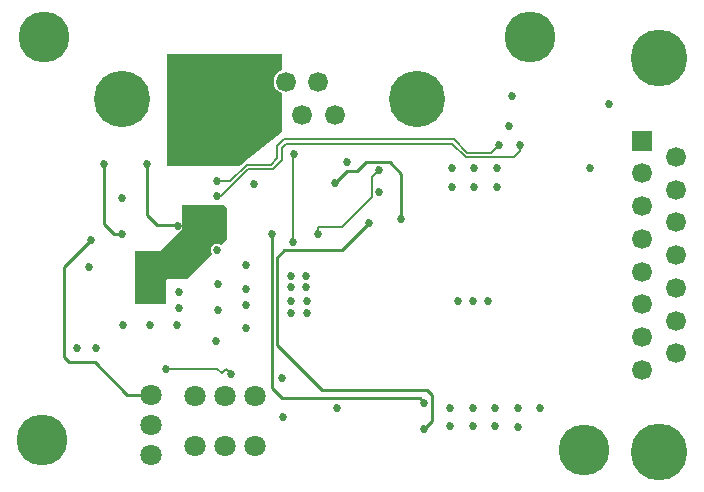
<source format=gbl>
G04*
G04 #@! TF.GenerationSoftware,Altium Limited,Altium Designer,19.0.10 (269)*
G04*
G04 Layer_Physical_Order=4*
G04 Layer_Color=16711680*
%FSLAX25Y25*%
%MOIN*%
G70*
G01*
G75*
%ADD12C,0.01000*%
%ADD14C,0.00800*%
%ADD73C,0.16929*%
%ADD74C,0.06653*%
%ADD75R,0.06653X0.06653*%
%ADD76C,0.18740*%
%ADD77R,0.06653X0.06653*%
%ADD78C,0.06653*%
%ADD79C,0.18898*%
%ADD80C,0.07087*%
%ADD81C,0.02700*%
G36*
X60699Y94992D02*
Y87951D01*
X60699Y84482D01*
X58926Y82708D01*
X58336Y83103D01*
X57536Y83262D01*
X56736Y83103D01*
X56058Y82649D01*
X55605Y81971D01*
X55446Y81172D01*
X55605Y80372D01*
X55999Y79782D01*
X50000Y73782D01*
X47695Y71478D01*
X40980D01*
X40566Y71063D01*
Y63063D01*
X30066Y63063D01*
X30066Y80800D01*
X38800Y80800D01*
X46000Y88000D01*
X46000Y95978D01*
X55327Y95978D01*
X59714D01*
X60699Y94992D01*
D02*
G37*
G36*
X79151Y141008D02*
X78422Y140706D01*
X77581Y140061D01*
X76935Y139220D01*
X76530Y138240D01*
X76391Y137189D01*
X76530Y136138D01*
X76935Y135158D01*
X77581Y134317D01*
X78422Y133672D01*
X79151Y133370D01*
Y120531D01*
X66602Y110304D01*
X66586Y110293D01*
X66586Y110293D01*
X66573Y110280D01*
X65002Y109000D01*
X54692Y109000D01*
X41000Y109000D01*
X41000Y146500D01*
X79151Y146500D01*
Y141008D01*
D02*
G37*
D12*
X37444Y89556D02*
X44000D01*
X34220Y92780D02*
X37444Y89556D01*
X34220Y92780D02*
Y109648D01*
X16750Y43750D02*
X27627Y32873D01*
X8250Y43750D02*
X16750D01*
X6500Y45500D02*
X8250Y43750D01*
X27627Y32873D02*
X35503D01*
X6500Y45500D02*
Y75500D01*
X44000Y89556D02*
X44398Y89159D01*
X6500Y75500D02*
X15500Y84500D01*
X19748Y89834D02*
X23254Y86328D01*
X19748Y89834D02*
Y109428D01*
X23254Y86328D02*
X26000D01*
X79301Y31647D02*
X125072D01*
X75748Y35200D02*
X79301Y31647D01*
X75748Y35200D02*
Y86328D01*
X125072Y31647D02*
X126500Y30219D01*
X115103Y110397D02*
X119000Y106500D01*
X107249Y110397D02*
X115103D01*
X119000Y91500D02*
Y106500D01*
X104352Y107500D02*
X107249Y110397D01*
X101000Y107500D02*
X104352D01*
X97000Y103500D02*
X101000Y107500D01*
X99101Y81000D02*
X108101Y90000D01*
X80000Y81000D02*
X99101D01*
X77500Y78500D02*
X80000Y81000D01*
X77500Y49500D02*
Y78500D01*
Y49500D02*
X92500Y34500D01*
X127373D01*
X129050Y32823D01*
Y24050D02*
Y32823D01*
X126500Y21500D02*
X129050Y24050D01*
X19748Y109428D02*
X19967Y109648D01*
D14*
X79879Y118000D02*
X136500D01*
X61879Y104000D02*
X67379Y109500D01*
X77581Y115702D02*
X79879Y118000D01*
X77581Y111630D02*
Y115702D01*
X75451Y109500D02*
X77581Y111630D01*
X67379Y109500D02*
X75451D01*
X80500Y116500D02*
X135879D01*
X59000Y99000D02*
X68000Y108000D01*
X79151Y115151D02*
X80500Y116500D01*
X79151Y111079D02*
Y115151D01*
X76072Y108000D02*
X79151Y111079D01*
X68000Y108000D02*
X76072D01*
X141000Y113500D02*
X149000D01*
X151500Y116000D01*
X136500Y118000D02*
X141000Y113500D01*
X156500Y112000D02*
X158500Y114000D01*
X140379Y112000D02*
X156500D01*
X135879Y116500D02*
X140379Y112000D01*
X158500Y114000D02*
Y116079D01*
X57662Y104000D02*
X61879D01*
X57500Y99000D02*
X59000D01*
X40623Y41500D02*
X57662D01*
X59056Y40106D01*
X60403Y41453D01*
X62150Y39706D01*
X109172Y105397D02*
X111622Y107847D01*
X109172Y98672D02*
Y105397D01*
X99248Y88748D02*
X109172Y98672D01*
X91248Y88748D02*
X99248D01*
X91248Y86328D02*
Y88748D01*
X82748Y112647D02*
X83248Y113147D01*
X82748Y83912D02*
Y112647D01*
D73*
X180000Y14347D02*
D03*
X162000Y152000D02*
D03*
X0D02*
D03*
X-752Y17793D02*
D03*
D74*
X96811Y126008D02*
D03*
X91358Y137189D02*
D03*
X85905Y126008D02*
D03*
X80453Y137189D02*
D03*
X75000Y126008D02*
D03*
X69547Y137189D02*
D03*
X64095Y126008D02*
D03*
X58642Y137189D02*
D03*
D75*
X53189Y126008D02*
D03*
D76*
X25807Y131598D02*
D03*
X124193D02*
D03*
D77*
X199319Y117575D02*
D03*
D78*
X210500Y112122D02*
D03*
X199319Y106669D02*
D03*
X210500Y101216D02*
D03*
X199319Y95764D02*
D03*
X210500Y90311D02*
D03*
X199319Y84858D02*
D03*
X210500Y79405D02*
D03*
X199319Y73953D02*
D03*
X210500Y68500D02*
D03*
X199319Y63047D02*
D03*
X210500Y57595D02*
D03*
X199319Y52142D02*
D03*
X210500Y46689D02*
D03*
X199319Y41236D02*
D03*
D79*
X204909Y144996D02*
D03*
Y13815D02*
D03*
D80*
X70248Y15647D02*
D03*
X60248D02*
D03*
X50248D02*
D03*
X70248Y32322D02*
D03*
X60248D02*
D03*
X50248D02*
D03*
X35503Y32873D02*
D03*
Y22873D02*
D03*
Y12873D02*
D03*
D81*
X57268Y50766D02*
D03*
X67268Y55266D02*
D03*
Y76266D02*
D03*
X57536Y81172D02*
D03*
X67268Y68266D02*
D03*
Y62766D02*
D03*
X57768Y69766D02*
D03*
Y61266D02*
D03*
X44268Y56266D02*
D03*
X35268D02*
D03*
X26268D02*
D03*
X44768Y61766D02*
D03*
Y67266D02*
D03*
X43600Y118122D02*
D03*
X49848D02*
D03*
X56100D02*
D03*
X61848Y118043D02*
D03*
X58248Y89159D02*
D03*
X44398D02*
D03*
X51500D02*
D03*
X61848Y113043D02*
D03*
X56100Y113122D02*
D03*
X49848D02*
D03*
X43600D02*
D03*
X158500Y116079D02*
D03*
X151500Y116000D02*
D03*
X57500Y99000D02*
D03*
X57662Y104000D02*
D03*
X156000Y132500D02*
D03*
X154750Y122500D02*
D03*
X188228Y129729D02*
D03*
X181980Y108403D02*
D03*
X15500Y84500D02*
D03*
X26000Y86328D02*
D03*
X34220Y109648D02*
D03*
X40623Y41500D02*
D03*
X79567Y25500D02*
D03*
X79151Y38500D02*
D03*
X62150Y39706D02*
D03*
X111622Y100507D02*
D03*
Y107847D02*
D03*
X108101Y90000D02*
D03*
X126500Y30219D02*
D03*
Y21500D02*
D03*
X119000Y91500D02*
D03*
X97000Y103500D02*
D03*
X157748Y28352D02*
D03*
X165248D02*
D03*
X157748Y22176D02*
D03*
X100748Y110500D02*
D03*
X15000Y75433D02*
D03*
X19967Y109648D02*
D03*
X97500Y28352D02*
D03*
X135748Y108403D02*
D03*
X143248D02*
D03*
X150748D02*
D03*
X135748Y102228D02*
D03*
X143248D02*
D03*
X150748D02*
D03*
X150248Y22403D02*
D03*
X142748D02*
D03*
X135248D02*
D03*
X150248Y28578D02*
D03*
X142748D02*
D03*
X135248D02*
D03*
X137748Y64084D02*
D03*
X147748D02*
D03*
X38268Y67266D02*
D03*
X32268D02*
D03*
Y79110D02*
D03*
Y73360D02*
D03*
X38548D02*
D03*
Y79110D02*
D03*
X83248Y113147D02*
D03*
X69748Y103277D02*
D03*
X82748Y83912D02*
D03*
X75748Y86328D02*
D03*
X91248D02*
D03*
X25748Y98597D02*
D03*
X17248Y48453D02*
D03*
X10748Y48409D02*
D03*
X82248Y64147D02*
D03*
X87448D02*
D03*
X87366Y60123D02*
D03*
X82248D02*
D03*
X82311Y68828D02*
D03*
X87311D02*
D03*
Y72328D02*
D03*
X82311D02*
D03*
X142748Y64078D02*
D03*
M02*

</source>
